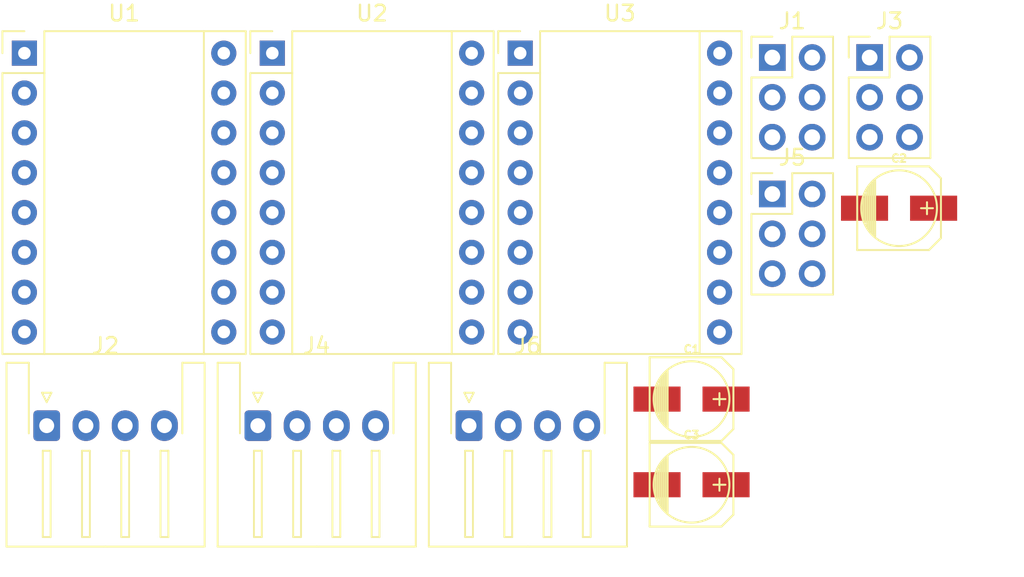
<source format=kicad_pcb>
(kicad_pcb (version 20171130) (host pcbnew 5.0.2-bee76a0~70~ubuntu18.04.1)

  (general
    (thickness 1.6)
    (drawings 0)
    (tracks 0)
    (zones 0)
    (modules 12)
    (nets 35)
  )

  (page A4)
  (layers
    (0 F.Cu signal)
    (31 B.Cu signal)
    (32 B.Adhes user)
    (33 F.Adhes user)
    (34 B.Paste user)
    (35 F.Paste user)
    (36 B.SilkS user)
    (37 F.SilkS user)
    (38 B.Mask user)
    (39 F.Mask user)
    (40 Dwgs.User user)
    (41 Cmts.User user)
    (42 Eco1.User user)
    (43 Eco2.User user)
    (44 Edge.Cuts user)
    (45 Margin user)
    (46 B.CrtYd user)
    (47 F.CrtYd user)
    (48 B.Fab user)
    (49 F.Fab user)
  )

  (setup
    (last_trace_width 0.25)
    (trace_clearance 0.2)
    (zone_clearance 0.508)
    (zone_45_only no)
    (trace_min 0.2)
    (segment_width 0.2)
    (edge_width 0.15)
    (via_size 0.8)
    (via_drill 0.4)
    (via_min_size 0.4)
    (via_min_drill 0.3)
    (uvia_size 0.3)
    (uvia_drill 0.1)
    (uvias_allowed no)
    (uvia_min_size 0.2)
    (uvia_min_drill 0.1)
    (pcb_text_width 0.3)
    (pcb_text_size 1.5 1.5)
    (mod_edge_width 0.15)
    (mod_text_size 0.000001 0.000001)
    (mod_text_width 0.15)
    (pad_size 1.4 1.4)
    (pad_drill 0.6)
    (pad_to_mask_clearance 0.051)
    (solder_mask_min_width 0.25)
    (aux_axis_origin 0 0)
    (visible_elements FFFFFF7F)
    (pcbplotparams
      (layerselection 0x010fc_ffffffff)
      (usegerberextensions false)
      (usegerberattributes false)
      (usegerberadvancedattributes false)
      (creategerberjobfile false)
      (excludeedgelayer true)
      (linewidth 0.100000)
      (plotframeref false)
      (viasonmask false)
      (mode 1)
      (useauxorigin false)
      (hpglpennumber 1)
      (hpglpenspeed 20)
      (hpglpendiameter 15.000000)
      (psnegative false)
      (psa4output false)
      (plotreference true)
      (plotvalue true)
      (plotinvisibletext false)
      (padsonsilk false)
      (subtractmaskfromsilk false)
      (outputformat 1)
      (mirror false)
      (drillshape 1)
      (scaleselection 1)
      (outputdirectory ""))
  )

  (net 0 "")
  (net 1 +VMot)
  (net 2 GND)
  (net 3 Step_Enable)
  (net 4 "Net-(J1-Pad6)")
  (net 5 +5V)
  (net 6 "Net-(J1-Pad4)")
  (net 7 "Net-(J2-Pad1)")
  (net 8 "Net-(J1-Pad2)")
  (net 9 "Net-(J2-Pad2)")
  (net 10 "Net-(U1-Pad5)")
  (net 11 "Net-(J2-Pad3)")
  (net 12 "Net-(J2-Pad4)")
  (net 13 X_Step)
  (net 14 X_Dir)
  (net 15 Y_Dir)
  (net 16 Y_Step)
  (net 17 "Net-(J4-Pad4)")
  (net 18 "Net-(U2-Pad5)")
  (net 19 "Net-(J4-Pad3)")
  (net 20 "Net-(J4-Pad2)")
  (net 21 "Net-(J3-Pad2)")
  (net 22 "Net-(J4-Pad1)")
  (net 23 "Net-(J3-Pad4)")
  (net 24 "Net-(J3-Pad6)")
  (net 25 "Net-(J5-Pad6)")
  (net 26 "Net-(J5-Pad4)")
  (net 27 "Net-(J6-Pad1)")
  (net 28 "Net-(J5-Pad2)")
  (net 29 "Net-(J6-Pad2)")
  (net 30 "Net-(U3-Pad5)")
  (net 31 "Net-(J6-Pad3)")
  (net 32 "Net-(J6-Pad4)")
  (net 33 Z_Step)
  (net 34 Z_Dir)

  (net_class Default "This is the default net class."
    (clearance 0.2)
    (trace_width 0.25)
    (via_dia 0.8)
    (via_drill 0.4)
    (uvia_dia 0.3)
    (uvia_drill 0.1)
    (add_net +5V)
    (add_net +VMot)
    (add_net GND)
    (add_net "Net-(J1-Pad2)")
    (add_net "Net-(J1-Pad4)")
    (add_net "Net-(J1-Pad6)")
    (add_net "Net-(J2-Pad1)")
    (add_net "Net-(J2-Pad2)")
    (add_net "Net-(J2-Pad3)")
    (add_net "Net-(J2-Pad4)")
    (add_net "Net-(J3-Pad2)")
    (add_net "Net-(J3-Pad4)")
    (add_net "Net-(J3-Pad6)")
    (add_net "Net-(J4-Pad1)")
    (add_net "Net-(J4-Pad2)")
    (add_net "Net-(J4-Pad3)")
    (add_net "Net-(J4-Pad4)")
    (add_net "Net-(J5-Pad2)")
    (add_net "Net-(J5-Pad4)")
    (add_net "Net-(J5-Pad6)")
    (add_net "Net-(J6-Pad1)")
    (add_net "Net-(J6-Pad2)")
    (add_net "Net-(J6-Pad3)")
    (add_net "Net-(J6-Pad4)")
    (add_net "Net-(U1-Pad5)")
    (add_net "Net-(U2-Pad5)")
    (add_net "Net-(U3-Pad5)")
    (add_net Step_Enable)
    (add_net X_Dir)
    (add_net X_Step)
    (add_net Y_Dir)
    (add_net Y_Step)
    (add_net Z_Dir)
    (add_net Z_Step)
  )

  (module Connector_JST:JST_XH_S04B-XH-A-1_1x04_P2.50mm_Horizontal (layer F.Cu) (tedit 5B77520A) (tstamp 5C084CF3)
    (at 34.725001 33.145001)
    (descr "JST XH series connector, S04B-XH-A-1 (http://www.jst-mfg.com/product/pdf/eng/eXH.pdf), generated with kicad-footprint-generator")
    (tags "connector JST XH top entry")
    (path /5C004096)
    (fp_text reference J6 (at 3.75 -5.1) (layer F.SilkS)
      (effects (font (size 1 1) (thickness 0.15)))
    )
    (fp_text value Conn_01x04 (at 3.75 8.8) (layer F.Fab)
      (effects (font (size 1 1) (thickness 0.15)))
    )
    (fp_line (start -2.95 -4.4) (end -2.95 8.1) (layer F.CrtYd) (width 0.05))
    (fp_line (start -2.95 8.1) (end 10.45 8.1) (layer F.CrtYd) (width 0.05))
    (fp_line (start 10.45 8.1) (end 10.45 -4.4) (layer F.CrtYd) (width 0.05))
    (fp_line (start 10.45 -4.4) (end -2.95 -4.4) (layer F.CrtYd) (width 0.05))
    (fp_line (start 3.75 7.71) (end -2.56 7.71) (layer F.SilkS) (width 0.12))
    (fp_line (start -2.56 7.71) (end -2.56 -4.01) (layer F.SilkS) (width 0.12))
    (fp_line (start -2.56 -4.01) (end -1.14 -4.01) (layer F.SilkS) (width 0.12))
    (fp_line (start -1.14 -4.01) (end -1.14 0.49) (layer F.SilkS) (width 0.12))
    (fp_line (start 3.75 7.71) (end 10.06 7.71) (layer F.SilkS) (width 0.12))
    (fp_line (start 10.06 7.71) (end 10.06 -4.01) (layer F.SilkS) (width 0.12))
    (fp_line (start 10.06 -4.01) (end 8.64 -4.01) (layer F.SilkS) (width 0.12))
    (fp_line (start 8.64 -4.01) (end 8.64 0.49) (layer F.SilkS) (width 0.12))
    (fp_line (start 3.75 7.6) (end -2.45 7.6) (layer F.Fab) (width 0.1))
    (fp_line (start -2.45 7.6) (end -2.45 -3.9) (layer F.Fab) (width 0.1))
    (fp_line (start -2.45 -3.9) (end -1.25 -3.9) (layer F.Fab) (width 0.1))
    (fp_line (start -1.25 -3.9) (end -1.25 0.6) (layer F.Fab) (width 0.1))
    (fp_line (start -1.25 0.6) (end 3.75 0.6) (layer F.Fab) (width 0.1))
    (fp_line (start 3.75 7.6) (end 9.95 7.6) (layer F.Fab) (width 0.1))
    (fp_line (start 9.95 7.6) (end 9.95 -3.9) (layer F.Fab) (width 0.1))
    (fp_line (start 9.95 -3.9) (end 8.75 -3.9) (layer F.Fab) (width 0.1))
    (fp_line (start 8.75 -3.9) (end 8.75 0.6) (layer F.Fab) (width 0.1))
    (fp_line (start 8.75 0.6) (end 3.75 0.6) (layer F.Fab) (width 0.1))
    (fp_line (start -0.25 1.6) (end -0.25 7.1) (layer F.SilkS) (width 0.12))
    (fp_line (start -0.25 7.1) (end 0.25 7.1) (layer F.SilkS) (width 0.12))
    (fp_line (start 0.25 7.1) (end 0.25 1.6) (layer F.SilkS) (width 0.12))
    (fp_line (start 0.25 1.6) (end -0.25 1.6) (layer F.SilkS) (width 0.12))
    (fp_line (start 2.25 1.6) (end 2.25 7.1) (layer F.SilkS) (width 0.12))
    (fp_line (start 2.25 7.1) (end 2.75 7.1) (layer F.SilkS) (width 0.12))
    (fp_line (start 2.75 7.1) (end 2.75 1.6) (layer F.SilkS) (width 0.12))
    (fp_line (start 2.75 1.6) (end 2.25 1.6) (layer F.SilkS) (width 0.12))
    (fp_line (start 4.75 1.6) (end 4.75 7.1) (layer F.SilkS) (width 0.12))
    (fp_line (start 4.75 7.1) (end 5.25 7.1) (layer F.SilkS) (width 0.12))
    (fp_line (start 5.25 7.1) (end 5.25 1.6) (layer F.SilkS) (width 0.12))
    (fp_line (start 5.25 1.6) (end 4.75 1.6) (layer F.SilkS) (width 0.12))
    (fp_line (start 7.25 1.6) (end 7.25 7.1) (layer F.SilkS) (width 0.12))
    (fp_line (start 7.25 7.1) (end 7.75 7.1) (layer F.SilkS) (width 0.12))
    (fp_line (start 7.75 7.1) (end 7.75 1.6) (layer F.SilkS) (width 0.12))
    (fp_line (start 7.75 1.6) (end 7.25 1.6) (layer F.SilkS) (width 0.12))
    (fp_line (start 0 -1.5) (end -0.3 -2.1) (layer F.SilkS) (width 0.12))
    (fp_line (start -0.3 -2.1) (end 0.3 -2.1) (layer F.SilkS) (width 0.12))
    (fp_line (start 0.3 -2.1) (end 0 -1.5) (layer F.SilkS) (width 0.12))
    (fp_line (start -0.625 0.6) (end 0 -0.4) (layer F.Fab) (width 0.1))
    (fp_line (start 0 -0.4) (end 0.625 0.6) (layer F.Fab) (width 0.1))
    (fp_text user %R (at 3.75 1.85) (layer F.Fab)
      (effects (font (size 1 1) (thickness 0.15)))
    )
    (pad 1 thru_hole roundrect (at 0 0) (size 1.7 1.95) (drill 0.95) (layers *.Cu *.Mask) (roundrect_rratio 0.147059)
      (net 27 "Net-(J6-Pad1)"))
    (pad 2 thru_hole oval (at 2.5 0) (size 1.7 1.95) (drill 0.95) (layers *.Cu *.Mask)
      (net 29 "Net-(J6-Pad2)"))
    (pad 3 thru_hole oval (at 5 0) (size 1.7 1.95) (drill 0.95) (layers *.Cu *.Mask)
      (net 31 "Net-(J6-Pad3)"))
    (pad 4 thru_hole oval (at 7.5 0) (size 1.7 1.95) (drill 0.95) (layers *.Cu *.Mask)
      (net 32 "Net-(J6-Pad4)"))
    (model ${KISYS3DMOD}/Connector_JST.3dshapes/JST_XH_S04B-XH-A-1_1x04_P2.50mm_Horizontal.wrl
      (at (xyz 0 0 0))
      (scale (xyz 1 1 1))
      (rotate (xyz 0 0 0))
    )
  )

  (module Connector_JST:JST_XH_S04B-XH-A-1_1x04_P2.50mm_Horizontal (layer F.Cu) (tedit 5B77520A) (tstamp 5C084CBF)
    (at 21.275001 33.145001)
    (descr "JST XH series connector, S04B-XH-A-1 (http://www.jst-mfg.com/product/pdf/eng/eXH.pdf), generated with kicad-footprint-generator")
    (tags "connector JST XH top entry")
    (path /5C002156)
    (fp_text reference J4 (at 3.75 -5.1) (layer F.SilkS)
      (effects (font (size 1 1) (thickness 0.15)))
    )
    (fp_text value Conn_01x04 (at 3.75 8.8) (layer F.Fab)
      (effects (font (size 1 1) (thickness 0.15)))
    )
    (fp_text user %R (at 3.75 1.85) (layer F.Fab)
      (effects (font (size 1 1) (thickness 0.15)))
    )
    (fp_line (start 0 -0.4) (end 0.625 0.6) (layer F.Fab) (width 0.1))
    (fp_line (start -0.625 0.6) (end 0 -0.4) (layer F.Fab) (width 0.1))
    (fp_line (start 0.3 -2.1) (end 0 -1.5) (layer F.SilkS) (width 0.12))
    (fp_line (start -0.3 -2.1) (end 0.3 -2.1) (layer F.SilkS) (width 0.12))
    (fp_line (start 0 -1.5) (end -0.3 -2.1) (layer F.SilkS) (width 0.12))
    (fp_line (start 7.75 1.6) (end 7.25 1.6) (layer F.SilkS) (width 0.12))
    (fp_line (start 7.75 7.1) (end 7.75 1.6) (layer F.SilkS) (width 0.12))
    (fp_line (start 7.25 7.1) (end 7.75 7.1) (layer F.SilkS) (width 0.12))
    (fp_line (start 7.25 1.6) (end 7.25 7.1) (layer F.SilkS) (width 0.12))
    (fp_line (start 5.25 1.6) (end 4.75 1.6) (layer F.SilkS) (width 0.12))
    (fp_line (start 5.25 7.1) (end 5.25 1.6) (layer F.SilkS) (width 0.12))
    (fp_line (start 4.75 7.1) (end 5.25 7.1) (layer F.SilkS) (width 0.12))
    (fp_line (start 4.75 1.6) (end 4.75 7.1) (layer F.SilkS) (width 0.12))
    (fp_line (start 2.75 1.6) (end 2.25 1.6) (layer F.SilkS) (width 0.12))
    (fp_line (start 2.75 7.1) (end 2.75 1.6) (layer F.SilkS) (width 0.12))
    (fp_line (start 2.25 7.1) (end 2.75 7.1) (layer F.SilkS) (width 0.12))
    (fp_line (start 2.25 1.6) (end 2.25 7.1) (layer F.SilkS) (width 0.12))
    (fp_line (start 0.25 1.6) (end -0.25 1.6) (layer F.SilkS) (width 0.12))
    (fp_line (start 0.25 7.1) (end 0.25 1.6) (layer F.SilkS) (width 0.12))
    (fp_line (start -0.25 7.1) (end 0.25 7.1) (layer F.SilkS) (width 0.12))
    (fp_line (start -0.25 1.6) (end -0.25 7.1) (layer F.SilkS) (width 0.12))
    (fp_line (start 8.75 0.6) (end 3.75 0.6) (layer F.Fab) (width 0.1))
    (fp_line (start 8.75 -3.9) (end 8.75 0.6) (layer F.Fab) (width 0.1))
    (fp_line (start 9.95 -3.9) (end 8.75 -3.9) (layer F.Fab) (width 0.1))
    (fp_line (start 9.95 7.6) (end 9.95 -3.9) (layer F.Fab) (width 0.1))
    (fp_line (start 3.75 7.6) (end 9.95 7.6) (layer F.Fab) (width 0.1))
    (fp_line (start -1.25 0.6) (end 3.75 0.6) (layer F.Fab) (width 0.1))
    (fp_line (start -1.25 -3.9) (end -1.25 0.6) (layer F.Fab) (width 0.1))
    (fp_line (start -2.45 -3.9) (end -1.25 -3.9) (layer F.Fab) (width 0.1))
    (fp_line (start -2.45 7.6) (end -2.45 -3.9) (layer F.Fab) (width 0.1))
    (fp_line (start 3.75 7.6) (end -2.45 7.6) (layer F.Fab) (width 0.1))
    (fp_line (start 8.64 -4.01) (end 8.64 0.49) (layer F.SilkS) (width 0.12))
    (fp_line (start 10.06 -4.01) (end 8.64 -4.01) (layer F.SilkS) (width 0.12))
    (fp_line (start 10.06 7.71) (end 10.06 -4.01) (layer F.SilkS) (width 0.12))
    (fp_line (start 3.75 7.71) (end 10.06 7.71) (layer F.SilkS) (width 0.12))
    (fp_line (start -1.14 -4.01) (end -1.14 0.49) (layer F.SilkS) (width 0.12))
    (fp_line (start -2.56 -4.01) (end -1.14 -4.01) (layer F.SilkS) (width 0.12))
    (fp_line (start -2.56 7.71) (end -2.56 -4.01) (layer F.SilkS) (width 0.12))
    (fp_line (start 3.75 7.71) (end -2.56 7.71) (layer F.SilkS) (width 0.12))
    (fp_line (start 10.45 -4.4) (end -2.95 -4.4) (layer F.CrtYd) (width 0.05))
    (fp_line (start 10.45 8.1) (end 10.45 -4.4) (layer F.CrtYd) (width 0.05))
    (fp_line (start -2.95 8.1) (end 10.45 8.1) (layer F.CrtYd) (width 0.05))
    (fp_line (start -2.95 -4.4) (end -2.95 8.1) (layer F.CrtYd) (width 0.05))
    (pad 4 thru_hole oval (at 7.5 0) (size 1.7 1.95) (drill 0.95) (layers *.Cu *.Mask)
      (net 17 "Net-(J4-Pad4)"))
    (pad 3 thru_hole oval (at 5 0) (size 1.7 1.95) (drill 0.95) (layers *.Cu *.Mask)
      (net 19 "Net-(J4-Pad3)"))
    (pad 2 thru_hole oval (at 2.5 0) (size 1.7 1.95) (drill 0.95) (layers *.Cu *.Mask)
      (net 20 "Net-(J4-Pad2)"))
    (pad 1 thru_hole roundrect (at 0 0) (size 1.7 1.95) (drill 0.95) (layers *.Cu *.Mask) (roundrect_rratio 0.147059)
      (net 22 "Net-(J4-Pad1)"))
    (model ${KISYS3DMOD}/Connector_JST.3dshapes/JST_XH_S04B-XH-A-1_1x04_P2.50mm_Horizontal.wrl
      (at (xyz 0 0 0))
      (scale (xyz 1 1 1))
      (rotate (xyz 0 0 0))
    )
  )

  (module Connector_JST:JST_XH_S04B-XH-A-1_1x04_P2.50mm_Horizontal (layer F.Cu) (tedit 5B77520A) (tstamp 5C084C8B)
    (at 7.825001 33.145001)
    (descr "JST XH series connector, S04B-XH-A-1 (http://www.jst-mfg.com/product/pdf/eng/eXH.pdf), generated with kicad-footprint-generator")
    (tags "connector JST XH top entry")
    (path /5C0008F6)
    (fp_text reference J2 (at 3.75 -5.1) (layer F.SilkS)
      (effects (font (size 1 1) (thickness 0.15)))
    )
    (fp_text value Conn_01x04 (at 3.75 8.8) (layer F.Fab)
      (effects (font (size 1 1) (thickness 0.15)))
    )
    (fp_line (start -2.95 -4.4) (end -2.95 8.1) (layer F.CrtYd) (width 0.05))
    (fp_line (start -2.95 8.1) (end 10.45 8.1) (layer F.CrtYd) (width 0.05))
    (fp_line (start 10.45 8.1) (end 10.45 -4.4) (layer F.CrtYd) (width 0.05))
    (fp_line (start 10.45 -4.4) (end -2.95 -4.4) (layer F.CrtYd) (width 0.05))
    (fp_line (start 3.75 7.71) (end -2.56 7.71) (layer F.SilkS) (width 0.12))
    (fp_line (start -2.56 7.71) (end -2.56 -4.01) (layer F.SilkS) (width 0.12))
    (fp_line (start -2.56 -4.01) (end -1.14 -4.01) (layer F.SilkS) (width 0.12))
    (fp_line (start -1.14 -4.01) (end -1.14 0.49) (layer F.SilkS) (width 0.12))
    (fp_line (start 3.75 7.71) (end 10.06 7.71) (layer F.SilkS) (width 0.12))
    (fp_line (start 10.06 7.71) (end 10.06 -4.01) (layer F.SilkS) (width 0.12))
    (fp_line (start 10.06 -4.01) (end 8.64 -4.01) (layer F.SilkS) (width 0.12))
    (fp_line (start 8.64 -4.01) (end 8.64 0.49) (layer F.SilkS) (width 0.12))
    (fp_line (start 3.75 7.6) (end -2.45 7.6) (layer F.Fab) (width 0.1))
    (fp_line (start -2.45 7.6) (end -2.45 -3.9) (layer F.Fab) (width 0.1))
    (fp_line (start -2.45 -3.9) (end -1.25 -3.9) (layer F.Fab) (width 0.1))
    (fp_line (start -1.25 -3.9) (end -1.25 0.6) (layer F.Fab) (width 0.1))
    (fp_line (start -1.25 0.6) (end 3.75 0.6) (layer F.Fab) (width 0.1))
    (fp_line (start 3.75 7.6) (end 9.95 7.6) (layer F.Fab) (width 0.1))
    (fp_line (start 9.95 7.6) (end 9.95 -3.9) (layer F.Fab) (width 0.1))
    (fp_line (start 9.95 -3.9) (end 8.75 -3.9) (layer F.Fab) (width 0.1))
    (fp_line (start 8.75 -3.9) (end 8.75 0.6) (layer F.Fab) (width 0.1))
    (fp_line (start 8.75 0.6) (end 3.75 0.6) (layer F.Fab) (width 0.1))
    (fp_line (start -0.25 1.6) (end -0.25 7.1) (layer F.SilkS) (width 0.12))
    (fp_line (start -0.25 7.1) (end 0.25 7.1) (layer F.SilkS) (width 0.12))
    (fp_line (start 0.25 7.1) (end 0.25 1.6) (layer F.SilkS) (width 0.12))
    (fp_line (start 0.25 1.6) (end -0.25 1.6) (layer F.SilkS) (width 0.12))
    (fp_line (start 2.25 1.6) (end 2.25 7.1) (layer F.SilkS) (width 0.12))
    (fp_line (start 2.25 7.1) (end 2.75 7.1) (layer F.SilkS) (width 0.12))
    (fp_line (start 2.75 7.1) (end 2.75 1.6) (layer F.SilkS) (width 0.12))
    (fp_line (start 2.75 1.6) (end 2.25 1.6) (layer F.SilkS) (width 0.12))
    (fp_line (start 4.75 1.6) (end 4.75 7.1) (layer F.SilkS) (width 0.12))
    (fp_line (start 4.75 7.1) (end 5.25 7.1) (layer F.SilkS) (width 0.12))
    (fp_line (start 5.25 7.1) (end 5.25 1.6) (layer F.SilkS) (width 0.12))
    (fp_line (start 5.25 1.6) (end 4.75 1.6) (layer F.SilkS) (width 0.12))
    (fp_line (start 7.25 1.6) (end 7.25 7.1) (layer F.SilkS) (width 0.12))
    (fp_line (start 7.25 7.1) (end 7.75 7.1) (layer F.SilkS) (width 0.12))
    (fp_line (start 7.75 7.1) (end 7.75 1.6) (layer F.SilkS) (width 0.12))
    (fp_line (start 7.75 1.6) (end 7.25 1.6) (layer F.SilkS) (width 0.12))
    (fp_line (start 0 -1.5) (end -0.3 -2.1) (layer F.SilkS) (width 0.12))
    (fp_line (start -0.3 -2.1) (end 0.3 -2.1) (layer F.SilkS) (width 0.12))
    (fp_line (start 0.3 -2.1) (end 0 -1.5) (layer F.SilkS) (width 0.12))
    (fp_line (start -0.625 0.6) (end 0 -0.4) (layer F.Fab) (width 0.1))
    (fp_line (start 0 -0.4) (end 0.625 0.6) (layer F.Fab) (width 0.1))
    (fp_text user %R (at 3.75 1.85) (layer F.Fab)
      (effects (font (size 1 1) (thickness 0.15)))
    )
    (pad 1 thru_hole roundrect (at 0 0) (size 1.7 1.95) (drill 0.95) (layers *.Cu *.Mask) (roundrect_rratio 0.147059)
      (net 7 "Net-(J2-Pad1)"))
    (pad 2 thru_hole oval (at 2.5 0) (size 1.7 1.95) (drill 0.95) (layers *.Cu *.Mask)
      (net 9 "Net-(J2-Pad2)"))
    (pad 3 thru_hole oval (at 5 0) (size 1.7 1.95) (drill 0.95) (layers *.Cu *.Mask)
      (net 11 "Net-(J2-Pad3)"))
    (pad 4 thru_hole oval (at 7.5 0) (size 1.7 1.95) (drill 0.95) (layers *.Cu *.Mask)
      (net 12 "Net-(J2-Pad4)"))
    (model ${KISYS3DMOD}/Connector_JST.3dshapes/JST_XH_S04B-XH-A-1_1x04_P2.50mm_Horizontal.wrl
      (at (xyz 0 0 0))
      (scale (xyz 1 1 1))
      (rotate (xyz 0 0 0))
    )
  )

  (module Connector_PinHeader_2.54mm:PinHeader_2x03_P2.54mm_Vertical (layer F.Cu) (tedit 59FED5CC) (tstamp 5C084C57)
    (at 54.045001 18.375001)
    (descr "Through hole straight pin header, 2x03, 2.54mm pitch, double rows")
    (tags "Through hole pin header THT 2x03 2.54mm double row")
    (path /5C00406A)
    (fp_text reference J5 (at 1.27 -2.33) (layer F.SilkS)
      (effects (font (size 1 1) (thickness 0.15)))
    )
    (fp_text value Conn_02x03_Odd_Even (at 1.27 7.41) (layer F.Fab)
      (effects (font (size 1 1) (thickness 0.15)))
    )
    (fp_line (start 0 -1.27) (end 3.81 -1.27) (layer F.Fab) (width 0.1))
    (fp_line (start 3.81 -1.27) (end 3.81 6.35) (layer F.Fab) (width 0.1))
    (fp_line (start 3.81 6.35) (end -1.27 6.35) (layer F.Fab) (width 0.1))
    (fp_line (start -1.27 6.35) (end -1.27 0) (layer F.Fab) (width 0.1))
    (fp_line (start -1.27 0) (end 0 -1.27) (layer F.Fab) (width 0.1))
    (fp_line (start -1.33 6.41) (end 3.87 6.41) (layer F.SilkS) (width 0.12))
    (fp_line (start -1.33 1.27) (end -1.33 6.41) (layer F.SilkS) (width 0.12))
    (fp_line (start 3.87 -1.33) (end 3.87 6.41) (layer F.SilkS) (width 0.12))
    (fp_line (start -1.33 1.27) (end 1.27 1.27) (layer F.SilkS) (width 0.12))
    (fp_line (start 1.27 1.27) (end 1.27 -1.33) (layer F.SilkS) (width 0.12))
    (fp_line (start 1.27 -1.33) (end 3.87 -1.33) (layer F.SilkS) (width 0.12))
    (fp_line (start -1.33 0) (end -1.33 -1.33) (layer F.SilkS) (width 0.12))
    (fp_line (start -1.33 -1.33) (end 0 -1.33) (layer F.SilkS) (width 0.12))
    (fp_line (start -1.8 -1.8) (end -1.8 6.85) (layer F.CrtYd) (width 0.05))
    (fp_line (start -1.8 6.85) (end 4.35 6.85) (layer F.CrtYd) (width 0.05))
    (fp_line (start 4.35 6.85) (end 4.35 -1.8) (layer F.CrtYd) (width 0.05))
    (fp_line (start 4.35 -1.8) (end -1.8 -1.8) (layer F.CrtYd) (width 0.05))
    (fp_text user %R (at 1.27 2.54 90) (layer F.Fab)
      (effects (font (size 1 1) (thickness 0.15)))
    )
    (pad 1 thru_hole rect (at 0 0) (size 1.7 1.7) (drill 1) (layers *.Cu *.Mask)
      (net 5 +5V))
    (pad 2 thru_hole oval (at 2.54 0) (size 1.7 1.7) (drill 1) (layers *.Cu *.Mask)
      (net 28 "Net-(J5-Pad2)"))
    (pad 3 thru_hole oval (at 0 2.54) (size 1.7 1.7) (drill 1) (layers *.Cu *.Mask)
      (net 5 +5V))
    (pad 4 thru_hole oval (at 2.54 2.54) (size 1.7 1.7) (drill 1) (layers *.Cu *.Mask)
      (net 26 "Net-(J5-Pad4)"))
    (pad 5 thru_hole oval (at 0 5.08) (size 1.7 1.7) (drill 1) (layers *.Cu *.Mask)
      (net 5 +5V))
    (pad 6 thru_hole oval (at 2.54 5.08) (size 1.7 1.7) (drill 1) (layers *.Cu *.Mask)
      (net 25 "Net-(J5-Pad6)"))
    (model ${KISYS3DMOD}/Connector_PinHeader_2.54mm.3dshapes/PinHeader_2x03_P2.54mm_Vertical.wrl
      (at (xyz 0 0 0))
      (scale (xyz 1 1 1))
      (rotate (xyz 0 0 0))
    )
  )

  (module Connector_PinHeader_2.54mm:PinHeader_2x03_P2.54mm_Vertical (layer F.Cu) (tedit 59FED5CC) (tstamp 5C084C3B)
    (at 60.245001 9.675001)
    (descr "Through hole straight pin header, 2x03, 2.54mm pitch, double rows")
    (tags "Through hole pin header THT 2x03 2.54mm double row")
    (path /5C00212A)
    (fp_text reference J3 (at 1.27 -2.33) (layer F.SilkS)
      (effects (font (size 1 1) (thickness 0.15)))
    )
    (fp_text value Conn_02x03_Odd_Even (at 1.27 7.41) (layer F.Fab)
      (effects (font (size 1 1) (thickness 0.15)))
    )
    (fp_text user %R (at 1.27 2.54 90) (layer F.Fab)
      (effects (font (size 1 1) (thickness 0.15)))
    )
    (fp_line (start 4.35 -1.8) (end -1.8 -1.8) (layer F.CrtYd) (width 0.05))
    (fp_line (start 4.35 6.85) (end 4.35 -1.8) (layer F.CrtYd) (width 0.05))
    (fp_line (start -1.8 6.85) (end 4.35 6.85) (layer F.CrtYd) (width 0.05))
    (fp_line (start -1.8 -1.8) (end -1.8 6.85) (layer F.CrtYd) (width 0.05))
    (fp_line (start -1.33 -1.33) (end 0 -1.33) (layer F.SilkS) (width 0.12))
    (fp_line (start -1.33 0) (end -1.33 -1.33) (layer F.SilkS) (width 0.12))
    (fp_line (start 1.27 -1.33) (end 3.87 -1.33) (layer F.SilkS) (width 0.12))
    (fp_line (start 1.27 1.27) (end 1.27 -1.33) (layer F.SilkS) (width 0.12))
    (fp_line (start -1.33 1.27) (end 1.27 1.27) (layer F.SilkS) (width 0.12))
    (fp_line (start 3.87 -1.33) (end 3.87 6.41) (layer F.SilkS) (width 0.12))
    (fp_line (start -1.33 1.27) (end -1.33 6.41) (layer F.SilkS) (width 0.12))
    (fp_line (start -1.33 6.41) (end 3.87 6.41) (layer F.SilkS) (width 0.12))
    (fp_line (start -1.27 0) (end 0 -1.27) (layer F.Fab) (width 0.1))
    (fp_line (start -1.27 6.35) (end -1.27 0) (layer F.Fab) (width 0.1))
    (fp_line (start 3.81 6.35) (end -1.27 6.35) (layer F.Fab) (width 0.1))
    (fp_line (start 3.81 -1.27) (end 3.81 6.35) (layer F.Fab) (width 0.1))
    (fp_line (start 0 -1.27) (end 3.81 -1.27) (layer F.Fab) (width 0.1))
    (pad 6 thru_hole oval (at 2.54 5.08) (size 1.7 1.7) (drill 1) (layers *.Cu *.Mask)
      (net 24 "Net-(J3-Pad6)"))
    (pad 5 thru_hole oval (at 0 5.08) (size 1.7 1.7) (drill 1) (layers *.Cu *.Mask)
      (net 5 +5V))
    (pad 4 thru_hole oval (at 2.54 2.54) (size 1.7 1.7) (drill 1) (layers *.Cu *.Mask)
      (net 23 "Net-(J3-Pad4)"))
    (pad 3 thru_hole oval (at 0 2.54) (size 1.7 1.7) (drill 1) (layers *.Cu *.Mask)
      (net 5 +5V))
    (pad 2 thru_hole oval (at 2.54 0) (size 1.7 1.7) (drill 1) (layers *.Cu *.Mask)
      (net 21 "Net-(J3-Pad2)"))
    (pad 1 thru_hole rect (at 0 0) (size 1.7 1.7) (drill 1) (layers *.Cu *.Mask)
      (net 5 +5V))
    (model ${KISYS3DMOD}/Connector_PinHeader_2.54mm.3dshapes/PinHeader_2x03_P2.54mm_Vertical.wrl
      (at (xyz 0 0 0))
      (scale (xyz 1 1 1))
      (rotate (xyz 0 0 0))
    )
  )

  (module Connector_PinHeader_2.54mm:PinHeader_2x03_P2.54mm_Vertical (layer F.Cu) (tedit 59FED5CC) (tstamp 5C084C1F)
    (at 54.045001 9.675001)
    (descr "Through hole straight pin header, 2x03, 2.54mm pitch, double rows")
    (tags "Through hole pin header THT 2x03 2.54mm double row")
    (path /5BFFFF4D)
    (fp_text reference J1 (at 1.27 -2.33) (layer F.SilkS)
      (effects (font (size 1 1) (thickness 0.15)))
    )
    (fp_text value Conn_02x03_Odd_Even (at 1.27 7.41) (layer F.Fab)
      (effects (font (size 1 1) (thickness 0.15)))
    )
    (fp_line (start 0 -1.27) (end 3.81 -1.27) (layer F.Fab) (width 0.1))
    (fp_line (start 3.81 -1.27) (end 3.81 6.35) (layer F.Fab) (width 0.1))
    (fp_line (start 3.81 6.35) (end -1.27 6.35) (layer F.Fab) (width 0.1))
    (fp_line (start -1.27 6.35) (end -1.27 0) (layer F.Fab) (width 0.1))
    (fp_line (start -1.27 0) (end 0 -1.27) (layer F.Fab) (width 0.1))
    (fp_line (start -1.33 6.41) (end 3.87 6.41) (layer F.SilkS) (width 0.12))
    (fp_line (start -1.33 1.27) (end -1.33 6.41) (layer F.SilkS) (width 0.12))
    (fp_line (start 3.87 -1.33) (end 3.87 6.41) (layer F.SilkS) (width 0.12))
    (fp_line (start -1.33 1.27) (end 1.27 1.27) (layer F.SilkS) (width 0.12))
    (fp_line (start 1.27 1.27) (end 1.27 -1.33) (layer F.SilkS) (width 0.12))
    (fp_line (start 1.27 -1.33) (end 3.87 -1.33) (layer F.SilkS) (width 0.12))
    (fp_line (start -1.33 0) (end -1.33 -1.33) (layer F.SilkS) (width 0.12))
    (fp_line (start -1.33 -1.33) (end 0 -1.33) (layer F.SilkS) (width 0.12))
    (fp_line (start -1.8 -1.8) (end -1.8 6.85) (layer F.CrtYd) (width 0.05))
    (fp_line (start -1.8 6.85) (end 4.35 6.85) (layer F.CrtYd) (width 0.05))
    (fp_line (start 4.35 6.85) (end 4.35 -1.8) (layer F.CrtYd) (width 0.05))
    (fp_line (start 4.35 -1.8) (end -1.8 -1.8) (layer F.CrtYd) (width 0.05))
    (fp_text user %R (at 1.27 2.54 90) (layer F.Fab)
      (effects (font (size 1 1) (thickness 0.15)))
    )
    (pad 1 thru_hole rect (at 0 0) (size 1.7 1.7) (drill 1) (layers *.Cu *.Mask)
      (net 5 +5V))
    (pad 2 thru_hole oval (at 2.54 0) (size 1.7 1.7) (drill 1) (layers *.Cu *.Mask)
      (net 8 "Net-(J1-Pad2)"))
    (pad 3 thru_hole oval (at 0 2.54) (size 1.7 1.7) (drill 1) (layers *.Cu *.Mask)
      (net 5 +5V))
    (pad 4 thru_hole oval (at 2.54 2.54) (size 1.7 1.7) (drill 1) (layers *.Cu *.Mask)
      (net 6 "Net-(J1-Pad4)"))
    (pad 5 thru_hole oval (at 0 5.08) (size 1.7 1.7) (drill 1) (layers *.Cu *.Mask)
      (net 5 +5V))
    (pad 6 thru_hole oval (at 2.54 5.08) (size 1.7 1.7) (drill 1) (layers *.Cu *.Mask)
      (net 4 "Net-(J1-Pad6)"))
    (model ${KISYS3DMOD}/Connector_PinHeader_2.54mm.3dshapes/PinHeader_2x03_P2.54mm_Vertical.wrl
      (at (xyz 0 0 0))
      (scale (xyz 1 1 1))
      (rotate (xyz 0 0 0))
    )
  )

  (module Module:Pololu_Breakout-16_15.2x20.3mm (layer F.Cu) (tedit 58AB602C) (tstamp 5C084C03)
    (at 37.985001 9.395001)
    (descr "Pololu Breakout 16-pin 15.2x20.3mm 0.6x0.8\\")
    (tags "Pololu Breakout")
    (path /5C02577A)
    (fp_text reference U3 (at 6.35 -2.54) (layer F.SilkS)
      (effects (font (size 1 1) (thickness 0.15)))
    )
    (fp_text value A4988_MODULE (at 6.35 20.17) (layer F.Fab)
      (effects (font (size 1 1) (thickness 0.15)))
    )
    (fp_text user %R (at 6.35 0) (layer F.Fab)
      (effects (font (size 1 1) (thickness 0.15)))
    )
    (fp_line (start 11.43 -1.4) (end 11.43 19.18) (layer F.SilkS) (width 0.12))
    (fp_line (start 1.27 1.27) (end 1.27 19.18) (layer F.SilkS) (width 0.12))
    (fp_line (start 0 -1.4) (end -1.4 -1.4) (layer F.SilkS) (width 0.12))
    (fp_line (start -1.4 -1.4) (end -1.4 0) (layer F.SilkS) (width 0.12))
    (fp_line (start 1.27 -1.4) (end 1.27 1.27) (layer F.SilkS) (width 0.12))
    (fp_line (start 1.27 1.27) (end -1.4 1.27) (layer F.SilkS) (width 0.12))
    (fp_line (start -1.4 1.27) (end -1.4 19.18) (layer F.SilkS) (width 0.12))
    (fp_line (start -1.4 19.18) (end 14.1 19.18) (layer F.SilkS) (width 0.12))
    (fp_line (start 14.1 19.18) (end 14.1 -1.4) (layer F.SilkS) (width 0.12))
    (fp_line (start 14.1 -1.4) (end 1.27 -1.4) (layer F.SilkS) (width 0.12))
    (fp_line (start -1.27 0) (end 0 -1.27) (layer F.Fab) (width 0.1))
    (fp_line (start 0 -1.27) (end 13.97 -1.27) (layer F.Fab) (width 0.1))
    (fp_line (start 13.97 -1.27) (end 13.97 19.05) (layer F.Fab) (width 0.1))
    (fp_line (start 13.97 19.05) (end -1.27 19.05) (layer F.Fab) (width 0.1))
    (fp_line (start -1.27 19.05) (end -1.27 0) (layer F.Fab) (width 0.1))
    (fp_line (start -1.53 -1.52) (end 14.21 -1.52) (layer F.CrtYd) (width 0.05))
    (fp_line (start -1.53 -1.52) (end -1.53 19.3) (layer F.CrtYd) (width 0.05))
    (fp_line (start 14.21 19.3) (end 14.21 -1.52) (layer F.CrtYd) (width 0.05))
    (fp_line (start 14.21 19.3) (end -1.53 19.3) (layer F.CrtYd) (width 0.05))
    (pad 1 thru_hole rect (at 0 0) (size 1.6 1.6) (drill 0.8) (layers *.Cu *.Mask)
      (net 3 Step_Enable))
    (pad 9 thru_hole oval (at 12.7 17.78) (size 1.6 1.6) (drill 0.8) (layers *.Cu *.Mask)
      (net 2 GND))
    (pad 2 thru_hole oval (at 0 2.54) (size 1.6 1.6) (drill 0.8) (layers *.Cu *.Mask)
      (net 25 "Net-(J5-Pad6)"))
    (pad 10 thru_hole oval (at 12.7 15.24) (size 1.6 1.6) (drill 0.8) (layers *.Cu *.Mask)
      (net 5 +5V))
    (pad 3 thru_hole oval (at 0 5.08) (size 1.6 1.6) (drill 0.8) (layers *.Cu *.Mask)
      (net 26 "Net-(J5-Pad4)"))
    (pad 11 thru_hole oval (at 12.7 12.7) (size 1.6 1.6) (drill 0.8) (layers *.Cu *.Mask)
      (net 27 "Net-(J6-Pad1)"))
    (pad 4 thru_hole oval (at 0 7.62) (size 1.6 1.6) (drill 0.8) (layers *.Cu *.Mask)
      (net 28 "Net-(J5-Pad2)"))
    (pad 12 thru_hole oval (at 12.7 10.16) (size 1.6 1.6) (drill 0.8) (layers *.Cu *.Mask)
      (net 29 "Net-(J6-Pad2)"))
    (pad 5 thru_hole oval (at 0 10.16) (size 1.6 1.6) (drill 0.8) (layers *.Cu *.Mask)
      (net 30 "Net-(U3-Pad5)"))
    (pad 13 thru_hole oval (at 12.7 7.62) (size 1.6 1.6) (drill 0.8) (layers *.Cu *.Mask)
      (net 31 "Net-(J6-Pad3)"))
    (pad 6 thru_hole oval (at 0 12.7) (size 1.6 1.6) (drill 0.8) (layers *.Cu *.Mask)
      (net 30 "Net-(U3-Pad5)"))
    (pad 14 thru_hole oval (at 12.7 5.08) (size 1.6 1.6) (drill 0.8) (layers *.Cu *.Mask)
      (net 32 "Net-(J6-Pad4)"))
    (pad 7 thru_hole oval (at 0 15.24) (size 1.6 1.6) (drill 0.8) (layers *.Cu *.Mask)
      (net 33 Z_Step))
    (pad 15 thru_hole oval (at 12.7 2.54) (size 1.6 1.6) (drill 0.8) (layers *.Cu *.Mask)
      (net 2 GND))
    (pad 8 thru_hole oval (at 0 17.78) (size 1.6 1.6) (drill 0.8) (layers *.Cu *.Mask)
      (net 34 Z_Dir))
    (pad 16 thru_hole oval (at 12.7 0) (size 1.6 1.6) (drill 0.8) (layers *.Cu *.Mask)
      (net 1 +VMot))
    (model ${KISYS3DMOD}/Module.3dshapes/Pololu_Breakout-16_15.2x20.3mm.wrl
      (at (xyz 0 0 0))
      (scale (xyz 1 1 1))
      (rotate (xyz 0 0 0))
    )
  )

  (module Module:Pololu_Breakout-16_15.2x20.3mm (layer F.Cu) (tedit 58AB602C) (tstamp 5C084BDB)
    (at 22.195001 9.395001)
    (descr "Pololu Breakout 16-pin 15.2x20.3mm 0.6x0.8\\")
    (tags "Pololu Breakout")
    (path /5C02571C)
    (fp_text reference U2 (at 6.35 -2.54) (layer F.SilkS)
      (effects (font (size 1 1) (thickness 0.15)))
    )
    (fp_text value A4988_MODULE (at 6.35 20.17) (layer F.Fab)
      (effects (font (size 1 1) (thickness 0.15)))
    )
    (fp_line (start 14.21 19.3) (end -1.53 19.3) (layer F.CrtYd) (width 0.05))
    (fp_line (start 14.21 19.3) (end 14.21 -1.52) (layer F.CrtYd) (width 0.05))
    (fp_line (start -1.53 -1.52) (end -1.53 19.3) (layer F.CrtYd) (width 0.05))
    (fp_line (start -1.53 -1.52) (end 14.21 -1.52) (layer F.CrtYd) (width 0.05))
    (fp_line (start -1.27 19.05) (end -1.27 0) (layer F.Fab) (width 0.1))
    (fp_line (start 13.97 19.05) (end -1.27 19.05) (layer F.Fab) (width 0.1))
    (fp_line (start 13.97 -1.27) (end 13.97 19.05) (layer F.Fab) (width 0.1))
    (fp_line (start 0 -1.27) (end 13.97 -1.27) (layer F.Fab) (width 0.1))
    (fp_line (start -1.27 0) (end 0 -1.27) (layer F.Fab) (width 0.1))
    (fp_line (start 14.1 -1.4) (end 1.27 -1.4) (layer F.SilkS) (width 0.12))
    (fp_line (start 14.1 19.18) (end 14.1 -1.4) (layer F.SilkS) (width 0.12))
    (fp_line (start -1.4 19.18) (end 14.1 19.18) (layer F.SilkS) (width 0.12))
    (fp_line (start -1.4 1.27) (end -1.4 19.18) (layer F.SilkS) (width 0.12))
    (fp_line (start 1.27 1.27) (end -1.4 1.27) (layer F.SilkS) (width 0.12))
    (fp_line (start 1.27 -1.4) (end 1.27 1.27) (layer F.SilkS) (width 0.12))
    (fp_line (start -1.4 -1.4) (end -1.4 0) (layer F.SilkS) (width 0.12))
    (fp_line (start 0 -1.4) (end -1.4 -1.4) (layer F.SilkS) (width 0.12))
    (fp_line (start 1.27 1.27) (end 1.27 19.18) (layer F.SilkS) (width 0.12))
    (fp_line (start 11.43 -1.4) (end 11.43 19.18) (layer F.SilkS) (width 0.12))
    (fp_text user %R (at 6.35 0) (layer F.Fab)
      (effects (font (size 1 1) (thickness 0.15)))
    )
    (pad 16 thru_hole oval (at 12.7 0) (size 1.6 1.6) (drill 0.8) (layers *.Cu *.Mask)
      (net 1 +VMot))
    (pad 8 thru_hole oval (at 0 17.78) (size 1.6 1.6) (drill 0.8) (layers *.Cu *.Mask)
      (net 15 Y_Dir))
    (pad 15 thru_hole oval (at 12.7 2.54) (size 1.6 1.6) (drill 0.8) (layers *.Cu *.Mask)
      (net 2 GND))
    (pad 7 thru_hole oval (at 0 15.24) (size 1.6 1.6) (drill 0.8) (layers *.Cu *.Mask)
      (net 16 Y_Step))
    (pad 14 thru_hole oval (at 12.7 5.08) (size 1.6 1.6) (drill 0.8) (layers *.Cu *.Mask)
      (net 17 "Net-(J4-Pad4)"))
    (pad 6 thru_hole oval (at 0 12.7) (size 1.6 1.6) (drill 0.8) (layers *.Cu *.Mask)
      (net 18 "Net-(U2-Pad5)"))
    (pad 13 thru_hole oval (at 12.7 7.62) (size 1.6 1.6) (drill 0.8) (layers *.Cu *.Mask)
      (net 19 "Net-(J4-Pad3)"))
    (pad 5 thru_hole oval (at 0 10.16) (size 1.6 1.6) (drill 0.8) (layers *.Cu *.Mask)
      (net 18 "Net-(U2-Pad5)"))
    (pad 12 thru_hole oval (at 12.7 10.16) (size 1.6 1.6) (drill 0.8) (layers *.Cu *.Mask)
      (net 20 "Net-(J4-Pad2)"))
    (pad 4 thru_hole oval (at 0 7.62) (size 1.6 1.6) (drill 0.8) (layers *.Cu *.Mask)
      (net 21 "Net-(J3-Pad2)"))
    (pad 11 thru_hole oval (at 12.7 12.7) (size 1.6 1.6) (drill 0.8) (layers *.Cu *.Mask)
      (net 22 "Net-(J4-Pad1)"))
    (pad 3 thru_hole oval (at 0 5.08) (size 1.6 1.6) (drill 0.8) (layers *.Cu *.Mask)
      (net 23 "Net-(J3-Pad4)"))
    (pad 10 thru_hole oval (at 12.7 15.24) (size 1.6 1.6) (drill 0.8) (layers *.Cu *.Mask)
      (net 5 +5V))
    (pad 2 thru_hole oval (at 0 2.54) (size 1.6 1.6) (drill 0.8) (layers *.Cu *.Mask)
      (net 24 "Net-(J3-Pad6)"))
    (pad 9 thru_hole oval (at 12.7 17.78) (size 1.6 1.6) (drill 0.8) (layers *.Cu *.Mask)
      (net 2 GND))
    (pad 1 thru_hole rect (at 0 0) (size 1.6 1.6) (drill 0.8) (layers *.Cu *.Mask)
      (net 3 Step_Enable))
    (model ${KISYS3DMOD}/Module.3dshapes/Pololu_Breakout-16_15.2x20.3mm.wrl
      (at (xyz 0 0 0))
      (scale (xyz 1 1 1))
      (rotate (xyz 0 0 0))
    )
  )

  (module Module:Pololu_Breakout-16_15.2x20.3mm (layer F.Cu) (tedit 58AB602C) (tstamp 5C084BB3)
    (at 6.405001 9.395001)
    (descr "Pololu Breakout 16-pin 15.2x20.3mm 0.6x0.8\\")
    (tags "Pololu Breakout")
    (path /5C025651)
    (fp_text reference U1 (at 6.35 -2.54) (layer F.SilkS)
      (effects (font (size 1 1) (thickness 0.15)))
    )
    (fp_text value A4988_MODULE (at 6.35 20.17) (layer F.Fab)
      (effects (font (size 1 1) (thickness 0.15)))
    )
    (fp_text user %R (at 6.35 0) (layer F.Fab)
      (effects (font (size 1 1) (thickness 0.15)))
    )
    (fp_line (start 11.43 -1.4) (end 11.43 19.18) (layer F.SilkS) (width 0.12))
    (fp_line (start 1.27 1.27) (end 1.27 19.18) (layer F.SilkS) (width 0.12))
    (fp_line (start 0 -1.4) (end -1.4 -1.4) (layer F.SilkS) (width 0.12))
    (fp_line (start -1.4 -1.4) (end -1.4 0) (layer F.SilkS) (width 0.12))
    (fp_line (start 1.27 -1.4) (end 1.27 1.27) (layer F.SilkS) (width 0.12))
    (fp_line (start 1.27 1.27) (end -1.4 1.27) (layer F.SilkS) (width 0.12))
    (fp_line (start -1.4 1.27) (end -1.4 19.18) (layer F.SilkS) (width 0.12))
    (fp_line (start -1.4 19.18) (end 14.1 19.18) (layer F.SilkS) (width 0.12))
    (fp_line (start 14.1 19.18) (end 14.1 -1.4) (layer F.SilkS) (width 0.12))
    (fp_line (start 14.1 -1.4) (end 1.27 -1.4) (layer F.SilkS) (width 0.12))
    (fp_line (start -1.27 0) (end 0 -1.27) (layer F.Fab) (width 0.1))
    (fp_line (start 0 -1.27) (end 13.97 -1.27) (layer F.Fab) (width 0.1))
    (fp_line (start 13.97 -1.27) (end 13.97 19.05) (layer F.Fab) (width 0.1))
    (fp_line (start 13.97 19.05) (end -1.27 19.05) (layer F.Fab) (width 0.1))
    (fp_line (start -1.27 19.05) (end -1.27 0) (layer F.Fab) (width 0.1))
    (fp_line (start -1.53 -1.52) (end 14.21 -1.52) (layer F.CrtYd) (width 0.05))
    (fp_line (start -1.53 -1.52) (end -1.53 19.3) (layer F.CrtYd) (width 0.05))
    (fp_line (start 14.21 19.3) (end 14.21 -1.52) (layer F.CrtYd) (width 0.05))
    (fp_line (start 14.21 19.3) (end -1.53 19.3) (layer F.CrtYd) (width 0.05))
    (pad 1 thru_hole rect (at 0 0) (size 1.6 1.6) (drill 0.8) (layers *.Cu *.Mask)
      (net 3 Step_Enable))
    (pad 9 thru_hole oval (at 12.7 17.78) (size 1.6 1.6) (drill 0.8) (layers *.Cu *.Mask)
      (net 2 GND))
    (pad 2 thru_hole oval (at 0 2.54) (size 1.6 1.6) (drill 0.8) (layers *.Cu *.Mask)
      (net 4 "Net-(J1-Pad6)"))
    (pad 10 thru_hole oval (at 12.7 15.24) (size 1.6 1.6) (drill 0.8) (layers *.Cu *.Mask)
      (net 5 +5V))
    (pad 3 thru_hole oval (at 0 5.08) (size 1.6 1.6) (drill 0.8) (layers *.Cu *.Mask)
      (net 6 "Net-(J1-Pad4)"))
    (pad 11 thru_hole oval (at 12.7 12.7) (size 1.6 1.6) (drill 0.8) (layers *.Cu *.Mask)
      (net 7 "Net-(J2-Pad1)"))
    (pad 4 thru_hole oval (at 0 7.62) (size 1.6 1.6) (drill 0.8) (layers *.Cu *.Mask)
      (net 8 "Net-(J1-Pad2)"))
    (pad 12 thru_hole oval (at 12.7 10.16) (size 1.6 1.6) (drill 0.8) (layers *.Cu *.Mask)
      (net 9 "Net-(J2-Pad2)"))
    (pad 5 thru_hole oval (at 0 10.16) (size 1.6 1.6) (drill 0.8) (layers *.Cu *.Mask)
      (net 10 "Net-(U1-Pad5)"))
    (pad 13 thru_hole oval (at 12.7 7.62) (size 1.6 1.6) (drill 0.8) (layers *.Cu *.Mask)
      (net 11 "Net-(J2-Pad3)"))
    (pad 6 thru_hole oval (at 0 12.7) (size 1.6 1.6) (drill 0.8) (layers *.Cu *.Mask)
      (net 10 "Net-(U1-Pad5)"))
    (pad 14 thru_hole oval (at 12.7 5.08) (size 1.6 1.6) (drill 0.8) (layers *.Cu *.Mask)
      (net 12 "Net-(J2-Pad4)"))
    (pad 7 thru_hole oval (at 0 15.24) (size 1.6 1.6) (drill 0.8) (layers *.Cu *.Mask)
      (net 13 X_Step))
    (pad 15 thru_hole oval (at 12.7 2.54) (size 1.6 1.6) (drill 0.8) (layers *.Cu *.Mask)
      (net 2 GND))
    (pad 8 thru_hole oval (at 0 17.78) (size 1.6 1.6) (drill 0.8) (layers *.Cu *.Mask)
      (net 14 X_Dir))
    (pad 16 thru_hole oval (at 12.7 0) (size 1.6 1.6) (drill 0.8) (layers *.Cu *.Mask)
      (net 1 +VMot))
    (model ${KISYS3DMOD}/Module.3dshapes/Pololu_Breakout-16_15.2x20.3mm.wrl
      (at (xyz 0 0 0))
      (scale (xyz 1 1 1))
      (rotate (xyz 0 0 0))
    )
  )

  (module w_smd_cap:c_elec_5x5.3 (layer F.Cu) (tedit 0) (tstamp 5C084B8B)
    (at 48.89951 36.910501)
    (descr "SMT capacitor, aluminium electrolytic, 5x5.3")
    (path /5C0040AB)
    (fp_text reference C3 (at 0 -3.175) (layer F.SilkS)
      (effects (font (size 0.50038 0.50038) (thickness 0.11938)))
    )
    (fp_text value CP47uf,35V (at 0 3.175) (layer F.SilkS) hide
      (effects (font (size 0.50038 0.50038) (thickness 0.11938)))
    )
    (fp_line (start -2.286 -0.635) (end -2.286 0.762) (layer F.SilkS) (width 0.127))
    (fp_line (start -2.159 -0.889) (end -2.159 0.889) (layer F.SilkS) (width 0.127))
    (fp_line (start -2.032 -1.27) (end -2.032 1.27) (layer F.SilkS) (width 0.127))
    (fp_line (start -1.905 1.397) (end -1.905 -1.397) (layer F.SilkS) (width 0.127))
    (fp_line (start -1.778 -1.524) (end -1.778 1.524) (layer F.SilkS) (width 0.127))
    (fp_line (start -1.651 1.651) (end -1.651 -1.651) (layer F.SilkS) (width 0.127))
    (fp_line (start -1.524 -1.778) (end -1.524 1.778) (layer F.SilkS) (width 0.127))
    (fp_circle (center 0 0) (end -2.413 0) (layer F.SilkS) (width 0.127))
    (fp_line (start -2.667 -2.667) (end 1.905 -2.667) (layer F.SilkS) (width 0.127))
    (fp_line (start 1.905 -2.667) (end 2.667 -1.905) (layer F.SilkS) (width 0.127))
    (fp_line (start 2.667 -1.905) (end 2.667 1.905) (layer F.SilkS) (width 0.127))
    (fp_line (start 2.667 1.905) (end 1.905 2.667) (layer F.SilkS) (width 0.127))
    (fp_line (start 1.905 2.667) (end -2.667 2.667) (layer F.SilkS) (width 0.127))
    (fp_line (start -2.667 2.667) (end -2.667 -2.667) (layer F.SilkS) (width 0.127))
    (fp_line (start 2.159 0) (end 1.397 0) (layer F.SilkS) (width 0.127))
    (fp_line (start 1.778 -0.381) (end 1.778 0.381) (layer F.SilkS) (width 0.127))
    (pad 1 smd rect (at 2.19964 0) (size 2.99974 1.6002) (layers F.Cu F.Paste F.Mask)
      (net 1 +VMot))
    (pad 2 smd rect (at -2.19964 0) (size 2.99974 1.6002) (layers F.Cu F.Paste F.Mask)
      (net 2 GND))
    (model ${HOME}/_workspace/kicad/kicad_library/smisioto-footprints/modules/packages3d/walter/smd_cap/c_elec_5x5_3.wrl
      (at (xyz 0 0 0))
      (scale (xyz 1 1 1))
      (rotate (xyz 0 0 0))
    )
  )

  (module w_smd_cap:c_elec_5x5.3 (layer F.Cu) (tedit 0) (tstamp 5C084B75)
    (at 62.11951 19.280501)
    (descr "SMT capacitor, aluminium electrolytic, 5x5.3")
    (path /5C00216B)
    (fp_text reference C2 (at 0 -3.175) (layer F.SilkS)
      (effects (font (size 0.50038 0.50038) (thickness 0.11938)))
    )
    (fp_text value CP47uf,35V (at 0 3.175) (layer F.SilkS) hide
      (effects (font (size 0.50038 0.50038) (thickness 0.11938)))
    )
    (fp_line (start 1.778 -0.381) (end 1.778 0.381) (layer F.SilkS) (width 0.127))
    (fp_line (start 2.159 0) (end 1.397 0) (layer F.SilkS) (width 0.127))
    (fp_line (start -2.667 2.667) (end -2.667 -2.667) (layer F.SilkS) (width 0.127))
    (fp_line (start 1.905 2.667) (end -2.667 2.667) (layer F.SilkS) (width 0.127))
    (fp_line (start 2.667 1.905) (end 1.905 2.667) (layer F.SilkS) (width 0.127))
    (fp_line (start 2.667 -1.905) (end 2.667 1.905) (layer F.SilkS) (width 0.127))
    (fp_line (start 1.905 -2.667) (end 2.667 -1.905) (layer F.SilkS) (width 0.127))
    (fp_line (start -2.667 -2.667) (end 1.905 -2.667) (layer F.SilkS) (width 0.127))
    (fp_circle (center 0 0) (end -2.413 0) (layer F.SilkS) (width 0.127))
    (fp_line (start -1.524 -1.778) (end -1.524 1.778) (layer F.SilkS) (width 0.127))
    (fp_line (start -1.651 1.651) (end -1.651 -1.651) (layer F.SilkS) (width 0.127))
    (fp_line (start -1.778 -1.524) (end -1.778 1.524) (layer F.SilkS) (width 0.127))
    (fp_line (start -1.905 1.397) (end -1.905 -1.397) (layer F.SilkS) (width 0.127))
    (fp_line (start -2.032 -1.27) (end -2.032 1.27) (layer F.SilkS) (width 0.127))
    (fp_line (start -2.159 -0.889) (end -2.159 0.889) (layer F.SilkS) (width 0.127))
    (fp_line (start -2.286 -0.635) (end -2.286 0.762) (layer F.SilkS) (width 0.127))
    (pad 2 smd rect (at -2.19964 0) (size 2.99974 1.6002) (layers F.Cu F.Paste F.Mask)
      (net 2 GND))
    (pad 1 smd rect (at 2.19964 0) (size 2.99974 1.6002) (layers F.Cu F.Paste F.Mask)
      (net 1 +VMot))
    (model ${HOME}/_workspace/kicad/kicad_library/smisioto-footprints/modules/packages3d/walter/smd_cap/c_elec_5x5_3.wrl
      (at (xyz 0 0 0))
      (scale (xyz 1 1 1))
      (rotate (xyz 0 0 0))
    )
  )

  (module w_smd_cap:c_elec_5x5.3 (layer F.Cu) (tedit 0) (tstamp 5C084B5F)
    (at 48.89951 31.450501)
    (descr "SMT capacitor, aluminium electrolytic, 5x5.3")
    (path /5C001867)
    (fp_text reference C1 (at 0 -3.175) (layer F.SilkS)
      (effects (font (size 0.50038 0.50038) (thickness 0.11938)))
    )
    (fp_text value CP47uf,35V (at 0 3.175) (layer F.SilkS) hide
      (effects (font (size 0.50038 0.50038) (thickness 0.11938)))
    )
    (fp_line (start -2.286 -0.635) (end -2.286 0.762) (layer F.SilkS) (width 0.127))
    (fp_line (start -2.159 -0.889) (end -2.159 0.889) (layer F.SilkS) (width 0.127))
    (fp_line (start -2.032 -1.27) (end -2.032 1.27) (layer F.SilkS) (width 0.127))
    (fp_line (start -1.905 1.397) (end -1.905 -1.397) (layer F.SilkS) (width 0.127))
    (fp_line (start -1.778 -1.524) (end -1.778 1.524) (layer F.SilkS) (width 0.127))
    (fp_line (start -1.651 1.651) (end -1.651 -1.651) (layer F.SilkS) (width 0.127))
    (fp_line (start -1.524 -1.778) (end -1.524 1.778) (layer F.SilkS) (width 0.127))
    (fp_circle (center 0 0) (end -2.413 0) (layer F.SilkS) (width 0.127))
    (fp_line (start -2.667 -2.667) (end 1.905 -2.667) (layer F.SilkS) (width 0.127))
    (fp_line (start 1.905 -2.667) (end 2.667 -1.905) (layer F.SilkS) (width 0.127))
    (fp_line (start 2.667 -1.905) (end 2.667 1.905) (layer F.SilkS) (width 0.127))
    (fp_line (start 2.667 1.905) (end 1.905 2.667) (layer F.SilkS) (width 0.127))
    (fp_line (start 1.905 2.667) (end -2.667 2.667) (layer F.SilkS) (width 0.127))
    (fp_line (start -2.667 2.667) (end -2.667 -2.667) (layer F.SilkS) (width 0.127))
    (fp_line (start 2.159 0) (end 1.397 0) (layer F.SilkS) (width 0.127))
    (fp_line (start 1.778 -0.381) (end 1.778 0.381) (layer F.SilkS) (width 0.127))
    (pad 1 smd rect (at 2.19964 0) (size 2.99974 1.6002) (layers F.Cu F.Paste F.Mask)
      (net 1 +VMot))
    (pad 2 smd rect (at -2.19964 0) (size 2.99974 1.6002) (layers F.Cu F.Paste F.Mask)
      (net 2 GND))
    (model ${HOME}/_workspace/kicad/kicad_library/smisioto-footprints/modules/packages3d/walter/smd_cap/c_elec_5x5_3.wrl
      (at (xyz 0 0 0))
      (scale (xyz 1 1 1))
      (rotate (xyz 0 0 0))
    )
  )

)

</source>
